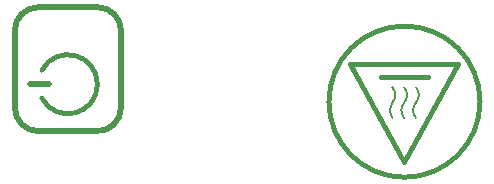
<source format=gbo>
G04 DesignSpark PCB Gerber Version 10.0 Build 5299*
G04 #@! TF.Part,Single*
G04 #@! TF.FileFunction,Legend,Bot*
G04 #@! TF.FilePolarity,Positive*
%FSLAX35Y35*%
%MOMM*%
%ADD10C,0.20000*%
%ADD71C,0.40000*%
%ADD24C,0.50000*%
G04 #@! TD.AperFunction*
X0Y0D02*
D02*
D10*
X4070180Y1198280D02*
G75*
G02*
Y1328280I80070J65000D01*
G01*
G75*
G03*
Y1458280I-75530J65000D01*
G01*
X4170180Y1198280D02*
G75*
G02*
Y1328280I75990J65000D01*
G01*
G75*
G03*
Y1458280I-75990J65000D01*
G01*
X4270180Y1198280D02*
G75*
G02*
Y1328280I75990J65000D01*
G01*
G75*
G03*
Y1458280I-75990J65000D01*
G01*
D02*
D71*
X1103180Y1365540D02*
G75*
G03*
Y1603020I220000J118740D01*
G01*
X3712180Y1652280D02*
X4169180Y823280D01*
X4627180Y1652280D01*
X3712180D01*
X4173180Y696730D02*
G75*
G03*
Y1976730I0J640000D01*
G01*
G75*
G03*
Y696730I0J-640000D01*
G01*
X4370180Y1545280D02*
X3970180D01*
D02*
D24*
X1166180Y1484280D02*
X1006180D01*
X1573130Y2136980D02*
X1073130D01*
G75*
G03*
X873130Y1936980I0J-200000D01*
G01*
Y1286980D01*
G75*
G03*
X1073130Y1086980I200000J0D01*
G01*
X1573130D01*
G75*
G03*
X1773130Y1286980I0J200000D01*
G01*
Y1936980D01*
G75*
G03*
X1573130Y2136980I-200000J0D01*
G01*
X0Y0D02*
M02*

</source>
